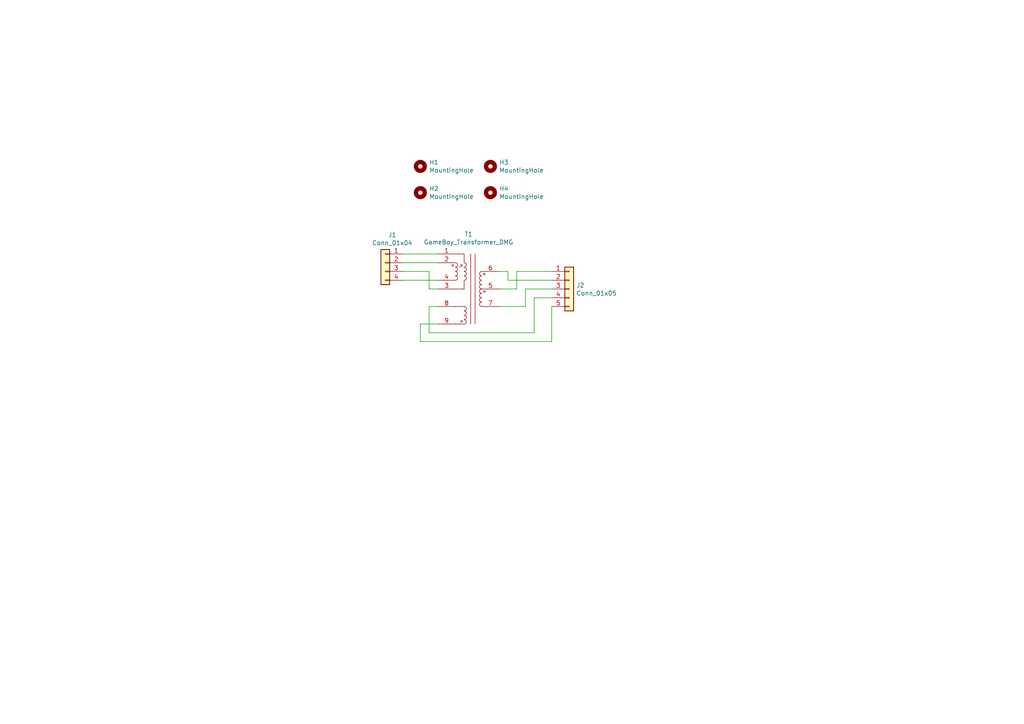
<source format=kicad_sch>
(kicad_sch (version 20211123) (generator eeschema)
  (paper "A4")
  (title_block (title "GB-BRK-TR-A") (rev "v1.0") (company "https://gekkio.fi"))
  (lib_symbols
    (symbol "Connector_Generic:Conn_01x04" (pin_names (offset 1.016) hide)
      (property "Reference" "J" (at 0 5.08 0))
      (property "Value" "Conn_01x04" (at 0 -7.62 0))
      (symbol "Conn_01x04_1_1"
        (rectangle (start -1.27 -4.953) (end 0 -5.207) (stroke (width 0.1524)))
        (rectangle (start -1.27 -2.413) (end 0 -2.667) (stroke (width 0.1524)))
        (rectangle (start -1.27 0.127) (end 0 -0.127) (stroke (width 0.1524)))
        (rectangle (start -1.27 2.667) (end 0 2.413) (stroke (width 0.1524)))
        (rectangle (start -1.27 3.81) (end 1.27 -6.35) (stroke (width 0.254)) (fill (type background)))
        (pin passive line (at -5.08 2.54 0) (length 3.81) (name "Pin_1") (number "1"))
        (pin passive line (at -5.08 0 0) (length 3.81) (name "Pin_2") (number "2"))
        (pin passive line (at -5.08 -2.54 0) (length 3.81) (name "Pin_3") (number "3"))
        (pin passive line (at -5.08 -5.08 0) (length 3.81) (name "Pin_4") (number "4"))
      )
    )
    (symbol "Connector_Generic:Conn_01x05" (pin_names (offset 1.016) hide)
      (property "Reference" "J" (at 0 7.62 0))
      (property "Value" "Conn_01x05" (at 0 -7.62 0))
      (symbol "Conn_01x05_1_1"
        (rectangle (start -1.27 -4.953) (end 0 -5.207) (stroke (width 0.1524)))
        (rectangle (start -1.27 -2.413) (end 0 -2.667) (stroke (width 0.1524)))
        (rectangle (start -1.27 0.127) (end 0 -0.127) (stroke (width 0.1524)))
        (rectangle (start -1.27 2.667) (end 0 2.413) (stroke (width 0.1524)))
        (rectangle (start -1.27 5.207) (end 0 4.953) (stroke (width 0.1524)))
        (rectangle (start -1.27 6.35) (end 1.27 -6.35) (stroke (width 0.254)) (fill (type background)))
        (pin passive line (at -5.08 5.08 0) (length 3.81) (name "Pin_1") (number "1"))
        (pin passive line (at -5.08 2.54 0) (length 3.81) (name "Pin_2") (number "2"))
        (pin passive line (at -5.08 0 0) (length 3.81) (name "Pin_3") (number "3"))
        (pin passive line (at -5.08 -2.54 0) (length 3.81) (name "Pin_4") (number "4"))
        (pin passive line (at -5.08 -5.08 0) (length 3.81) (name "Pin_5") (number "5"))
      )
    )
    (symbol "Gekkio_Transformer:GameBoy_Transformer_DMG" (pin_names (offset 1.016))
      (property "Reference" "T" (at 0 12.7 0))
      (property "Value" "GameBoy_Transformer_DMG" (at 0 -12.7 0))
      (symbol "GameBoy_Transformer_DMG_0_1"
        (circle (center -5.842 6.858) (radius 0.254))
        (rectangle (start -5.08 -10.16) (end -2.54 -10.16))
        (rectangle (start -5.08 -5.08) (end -2.54 -5.08))
        (rectangle (start -5.08 0) (end -2.54 0))
        (arc (start -5.08 2.54) (mid -4.445 3.175) (end -5.08 3.81))
        (arc (start -5.08 3.81) (mid -4.445 4.445) (end -5.08 5.08))
        (arc (start -5.08 5.08) (mid -4.445 5.715) (end -5.08 6.35))
        (arc (start -5.08 6.35) (mid -4.445 6.985) (end -5.08 7.62))
        (rectangle (start -5.08 10.16) (end -2.54 10.16))
        (circle (center -3.81 6.35) (radius 0.0001))
        (circle (center -3.302 -9.398) (radius 0.254))
        (circle (center -3.302 6.858) (radius 0.254))
        (arc (start -2.54 -10.16) (mid -1.905 -9.525) (end -2.54 -8.89))
        (arc (start -2.54 -8.89) (mid -1.905 -8.255) (end -2.54 -7.62))
        (arc (start -2.54 -7.62) (mid -1.905 -6.985) (end -2.54 -6.35))
        (arc (start -2.54 -6.35) (mid -1.905 -5.715) (end -2.54 -5.08))
        (rectangle (start -2.54 2.54) (end -2.54 0))
        (arc (start -2.54 2.54) (mid -1.905 3.175) (end -2.54 3.81))
        (arc (start -2.54 3.81) (mid -1.905 4.445) (end -2.54 5.08))
        (arc (start -2.54 5.08) (mid -1.905 5.715) (end -2.54 6.35))
        (arc (start -2.54 6.35) (mid -1.905 6.985) (end -2.54 7.62))
        (rectangle (start -2.54 10.16) (end -2.54 7.62))
        (polyline (pts (xy -0.635 10.16) (xy -0.635 -10.16)))
        (polyline (pts (xy 0.635 -10.16) (xy 0.635 10.16)))
        (arc (start 2.54 -3.81) (mid 1.905 -4.445) (end 2.54 -5.08))
        (arc (start 2.54 -2.54) (mid 1.905 -3.175) (end 2.54 -3.81))
        (arc (start 2.54 -1.27) (mid 1.905 -1.905) (end 2.54 -2.54))
        (arc (start 2.54 0) (mid 1.905 -0.635) (end 2.54 -1.27))
        (arc (start 2.54 1.27) (mid 1.905 0.635) (end 2.54 0))
        (arc (start 2.54 2.54) (mid 1.905 1.905) (end 2.54 1.27))
        (arc (start 2.54 3.81) (mid 1.905 3.175) (end 2.54 2.54))
        (arc (start 2.54 5.08) (mid 1.905 4.445) (end 2.54 3.81))
        (circle (center 3.302 -0.762) (radius 0.254))
        (circle (center 3.302 4.318) (radius 0.254))
      )
      (symbol "GameBoy_Transformer_DMG_1_1"
        (pin passive line (at -10.16 10.16 0) (length 5.08) (name "~") (number "1"))
        (pin passive line (at -10.16 7.62 0) (length 5.08) (name "~") (number "2"))
        (pin passive line (at -10.16 0 0) (length 5.08) (name "~") (number "3"))
        (pin passive line (at -10.16 2.54 0) (length 5.08) (name "~") (number "4"))
        (pin passive line (at 7.62 0 180) (length 5.08) (name "~") (number "5"))
        (pin passive line (at 7.62 5.08 180) (length 5.08) (name "~") (number "6"))
        (pin passive line (at 7.62 -5.08 180) (length 5.08) (name "~") (number "7"))
        (pin passive line (at -10.16 -5.08 0) (length 5.08) (name "~") (number "8"))
        (pin passive line (at -10.16 -10.16 0) (length 5.08) (name "~") (number "9"))
      )
    )
    (symbol "Mechanical:MountingHole" (pin_names (offset 1.016))
      (property "Reference" "H" (at 0 5.08 0))
      (property "Value" "MountingHole" (at 0 3.175 0))
      (symbol "MountingHole_0_1"
        (circle (center 0 0) (radius 1.27) (stroke (width 1.27)))
      )
    )
  )
  (wire (pts (xy 147.32 78.74) (xy 147.32 81.28)))
  (wire (pts (xy 124.46 96.52) (xy 124.46 88.9)))
  (wire (pts (xy 127 93.98) (xy 121.92 93.98)))
  (wire (pts (xy 149.86 78.74) (xy 149.86 83.82)))
  (wire (pts (xy 121.92 99.06) (xy 160.02 99.06)))
  (wire (pts (xy 154.94 96.52) (xy 124.46 96.52)))
  (wire (pts (xy 144.78 78.74) (xy 147.32 78.74)))
  (wire (pts (xy 152.4 83.82) (xy 152.4 88.9)))
  (wire (pts (xy 154.94 86.36) (xy 154.94 96.52)))
  (wire (pts (xy 124.46 78.74) (xy 116.84 78.74)))
  (wire (pts (xy 116.84 73.66) (xy 127 73.66)))
  (wire (pts (xy 160.02 99.06) (xy 160.02 88.9)))
  (wire (pts (xy 127 83.82) (xy 124.46 83.82)))
  (wire (pts (xy 160.02 83.82) (xy 152.4 83.82)))
  (wire (pts (xy 124.46 83.82) (xy 124.46 78.74)))
  (wire (pts (xy 149.86 83.82) (xy 144.78 83.82)))
  (wire (pts (xy 127 76.2) (xy 116.84 76.2)))
  (wire (pts (xy 152.4 88.9) (xy 144.78 88.9)))
  (wire (pts (xy 147.32 81.28) (xy 160.02 81.28)))
  (wire (pts (xy 116.84 81.28) (xy 127 81.28)))
  (wire (pts (xy 160.02 86.36) (xy 154.94 86.36)))
  (wire (pts (xy 124.46 88.9) (xy 127 88.9)))
  (wire (pts (xy 121.92 93.98) (xy 121.92 99.06)))
  (wire (pts (xy 160.02 78.74) (xy 149.86 78.74)))
  (symbol (lib_id "Gekkio_Transformer:GameBoy_Transformer_DMG") (at 137.16 83.82 0) (unit 1)
    (property "Reference" "T1" (at 135.89 67.945 0))
    (property "Value" "GameBoy_Transformer_DMG" (at 135.89 70.2564 0))
    (property "Footprint" "Gekkio_Transformer_THT:Transformer_GameBoy_DMG" (effects hide))
  )
  (symbol (lib_id "Mechanical:MountingHole") (at 121.92 48.26 0) (unit 1)
    (property "Reference" "H1" (at 124.46 47.0916 0) (effects (justify left)))
    (property "Value" "MountingHole" (at 124.46 49.403 0) (effects (justify left)))
    (property "Footprint" "MountingHole:MountingHole_3.2mm_M3" (effects hide))
  )
  (symbol (lib_id "Mechanical:MountingHole") (at 142.24 48.26 0) (unit 1)
    (property "Reference" "H3" (at 144.78 47.0916 0) (effects (justify left)))
    (property "Value" "MountingHole" (at 144.78 49.403 0) (effects (justify left)))
    (property "Footprint" "MountingHole:MountingHole_3.2mm_M3" (effects hide))
  )
  (symbol (lib_id "Mechanical:MountingHole") (at 121.92 55.88 0) (unit 1)
    (property "Reference" "H2" (at 124.46 54.7116 0) (effects (justify left)))
    (property "Value" "MountingHole" (at 124.46 57.023 0) (effects (justify left)))
    (property "Footprint" "MountingHole:MountingHole_3.2mm_M3" (effects hide))
  )
  (symbol (lib_id "Mechanical:MountingHole") (at 142.24 55.88 0) (unit 1)
    (property "Reference" "H4" (at 144.78 54.7116 0) (effects (justify left)))
    (property "Value" "MountingHole" (at 144.78 57.023 0) (effects (justify left)))
    (property "Footprint" "MountingHole:MountingHole_3.2mm_M3" (effects hide))
  )
  (symbol (lib_id "Connector_Generic:Conn_01x04") (at 111.76 76.2 0) (mirror y) (unit 1)
    (property "Reference" "J1" (at 113.792 68.1482 0))
    (property "Value" "Conn_01x04" (at 113.792 70.4596 0))
    (property "Footprint" "Connector_PinHeader_2.54mm:PinHeader_1x04_P2.54mm_Vertical" (effects hide))
  )
  (symbol (lib_id "Connector_Generic:Conn_01x05") (at 165.1 83.82 0) (unit 1)
    (property "Reference" "J2" (at 167.132 82.7532 0) (effects (justify left)))
    (property "Value" "Conn_01x05" (at 167.132 85.0646 0) (effects (justify left)))
    (property "Footprint" "Connector_PinHeader_2.54mm:PinHeader_1x05_P2.54mm_Vertical" (effects hide))
  )
)
</source>
